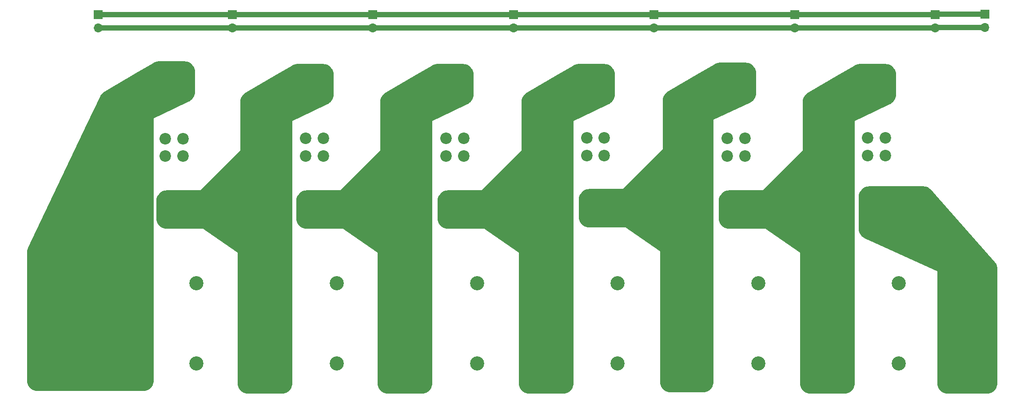
<source format=gbr>
%TF.GenerationSoftware,KiCad,Pcbnew,(6.0.1)*%
%TF.CreationDate,2023-09-19T13:45:29-05:00*%
%TF.ProjectId,TestMotherboard,54657374-4d6f-4746-9865-72626f617264,rev?*%
%TF.SameCoordinates,Original*%
%TF.FileFunction,Copper,L1,Top*%
%TF.FilePolarity,Positive*%
%FSLAX46Y46*%
G04 Gerber Fmt 4.6, Leading zero omitted, Abs format (unit mm)*
G04 Created by KiCad (PCBNEW (6.0.1)) date 2023-09-19 13:45:29*
%MOMM*%
%LPD*%
G01*
G04 APERTURE LIST*
%TA.AperFunction,ComponentPad*%
%ADD10C,2.200000*%
%TD*%
%TA.AperFunction,ComponentPad*%
%ADD11R,1.700000X1.700000*%
%TD*%
%TA.AperFunction,ComponentPad*%
%ADD12O,1.700000X1.700000*%
%TD*%
%TA.AperFunction,ComponentPad*%
%ADD13C,2.700000*%
%TD*%
%TA.AperFunction,Conductor*%
%ADD14C,1.000000*%
%TD*%
G04 APERTURE END LIST*
D10*
%TO.P,J17,1,Pin_1*%
%TO.N,Net-(J17-Pad1)*%
X204978000Y-70343000D03*
X204978000Y-73713000D03*
X201608000Y-73713000D03*
X201608000Y-70343000D03*
%TD*%
%TO.P,J16,1,Pin_1*%
%TO.N,Net-(J16-Pad1)*%
X204978000Y-82193000D03*
X204978000Y-85563000D03*
X201608000Y-85563000D03*
X201608000Y-82193000D03*
%TD*%
%TO.P,J15,1,Pin_1*%
%TO.N,Net-(J1-Pad1)*%
X204978000Y-94193000D03*
X204978000Y-97563000D03*
X201608000Y-97563000D03*
X201608000Y-94193000D03*
%TD*%
%TO.P,J18,1,Pin_1*%
%TO.N,Net-(J17-Pad1)*%
X178206400Y-94274000D03*
X178206400Y-97644000D03*
X174836400Y-97644000D03*
X174836400Y-94274000D03*
%TD*%
%TO.P,J19,1,Pin_1*%
%TO.N,Net-(J19-Pad1)*%
X178206400Y-82274000D03*
X178206400Y-85644000D03*
X174836400Y-85644000D03*
X174836400Y-82274000D03*
%TD*%
%TO.P,J20,1,Pin_1*%
%TO.N,Net-(J20-Pad1)*%
X178206400Y-70424000D03*
X178206400Y-73794000D03*
X174836400Y-73794000D03*
X174836400Y-70424000D03*
%TD*%
%TO.P,J22,1,Pin_1*%
%TO.N,Net-(J22-Pad1)*%
X151434800Y-82220000D03*
X151434800Y-85590000D03*
X148064800Y-85590000D03*
X148064800Y-82220000D03*
%TD*%
%TO.P,J21,1,Pin_1*%
%TO.N,Net-(J20-Pad1)*%
X151434800Y-94220000D03*
X151434800Y-97590000D03*
X148064800Y-97590000D03*
X148064800Y-94220000D03*
%TD*%
%TO.P,J23,1,Pin_1*%
%TO.N,Net-(J23-Pad1)*%
X151434800Y-70370000D03*
X151434800Y-73740000D03*
X148064800Y-73740000D03*
X148064800Y-70370000D03*
%TD*%
%TO.P,J24,1,Pin_1*%
%TO.N,Net-(J23-Pad1)*%
X124663200Y-94301000D03*
X124663200Y-97671000D03*
X121293200Y-97671000D03*
X121293200Y-94301000D03*
%TD*%
%TO.P,J25,1,Pin_1*%
%TO.N,Net-(J25-Pad1)*%
X124663200Y-82301000D03*
X124663200Y-85671000D03*
X121293200Y-85671000D03*
X121293200Y-82301000D03*
%TD*%
%TO.P,J26,1,Pin_1*%
%TO.N,Net-(J26-Pad1)*%
X124663200Y-70451000D03*
X124663200Y-73821000D03*
X121293200Y-73821000D03*
X121293200Y-70451000D03*
%TD*%
%TO.P,J27,1,Pin_1*%
%TO.N,Net-(J26-Pad1)*%
X97891600Y-94247000D03*
X97891600Y-97617000D03*
X94521600Y-97617000D03*
X94521600Y-94247000D03*
%TD*%
%TO.P,J28,1,Pin_1*%
%TO.N,Net-(J10-Pad1)*%
X97891600Y-82247000D03*
X97891600Y-85617000D03*
X94521600Y-85617000D03*
X94521600Y-82247000D03*
%TD*%
%TO.P,J29,1,Pin_1*%
%TO.N,Net-(J11-Pad1)*%
X97891600Y-70397000D03*
X97891600Y-73767000D03*
X94521600Y-73767000D03*
X94521600Y-70397000D03*
%TD*%
%TO.P,J30,1,Pin_1*%
%TO.N,Net-(J11-Pad1)*%
X71120000Y-94328000D03*
X71120000Y-97698000D03*
X67750000Y-97698000D03*
X67750000Y-94328000D03*
%TD*%
%TO.P,J31,1,Pin_1*%
%TO.N,Net-(J12-Pad1)*%
X71120000Y-82328000D03*
X71120000Y-85698000D03*
X67750000Y-85698000D03*
X67750000Y-82328000D03*
%TD*%
%TO.P,J32,1,Pin_1*%
%TO.N,GND*%
X71120000Y-70478000D03*
X71120000Y-73848000D03*
X67750000Y-73848000D03*
X67750000Y-70478000D03*
%TD*%
D11*
%TO.P,J40,1,Pin_1*%
%TO.N,/Sec_PWM*%
X55000000Y-58674000D03*
D12*
%TO.P,J40,2,Pin_2*%
%TO.N,GND1*%
X55000000Y-61214000D03*
%TD*%
D11*
%TO.P,J34,1,Pin_1*%
%TO.N,/Sec_PWM*%
X187685750Y-58674000D03*
D12*
%TO.P,J34,2,Pin_2*%
%TO.N,GND1*%
X187685750Y-61214000D03*
%TD*%
D11*
%TO.P,J35,1,Pin_1*%
%TO.N,/Sec_PWM*%
X160895250Y-58674000D03*
D12*
%TO.P,J35,2,Pin_2*%
%TO.N,GND1*%
X160895250Y-61214000D03*
%TD*%
D11*
%TO.P,J36,1,Pin_1*%
%TO.N,/Sec_PWM*%
X134104750Y-58674000D03*
D12*
%TO.P,J36,2,Pin_2*%
%TO.N,GND1*%
X134104750Y-61214000D03*
%TD*%
D11*
%TO.P,J39,1,Pin_1*%
%TO.N,/Sec_PWM*%
X223940250Y-58552000D03*
D12*
%TO.P,J39,2,Pin_2*%
%TO.N,GND1*%
X223940250Y-61092000D03*
%TD*%
D13*
%TO.P,J3,1,Pin_1*%
%TO.N,Net-(J17-Pad1)*%
X194134554Y-109982000D03*
X194134554Y-125282000D03*
%TD*%
%TO.P,J7,1,Pin_1*%
%TO.N,Net-(J23-Pad1)*%
X140588402Y-125282000D03*
X140588402Y-109982000D03*
%TD*%
%TO.P,J1,1,Pin_1*%
%TO.N,Net-(J1-Pad1)*%
X220907630Y-109982000D03*
X220907630Y-125282000D03*
%TD*%
%TO.P,J12,1,Pin_1*%
%TO.N,Net-(J12-Pad1)*%
X73655712Y-109982000D03*
X73655712Y-125282000D03*
%TD*%
%TO.P,J5,1,Pin_1*%
%TO.N,Net-(J20-Pad1)*%
X167361478Y-109982000D03*
X167361478Y-125282000D03*
%TD*%
D11*
%TO.P,J37,1,Pin_1*%
%TO.N,/Sec_PWM*%
X107314250Y-58674000D03*
D12*
%TO.P,J37,2,Pin_2*%
%TO.N,GND1*%
X107314250Y-61214000D03*
%TD*%
D13*
%TO.P,J10,1,Pin_1*%
%TO.N,Net-(J10-Pad1)*%
X100428788Y-125282000D03*
X100428788Y-109982000D03*
%TD*%
%TO.P,J4,1,Pin_1*%
%TO.N,Net-(J19-Pad1)*%
X180748016Y-109982000D03*
X180748016Y-125282000D03*
%TD*%
%TO.P,J2,1,Pin_1*%
%TO.N,Net-(J16-Pad1)*%
X207521092Y-125282000D03*
X207521092Y-109982000D03*
%TD*%
%TO.P,J6,1,Pin_1*%
%TO.N,Net-(J22-Pad1)*%
X153974940Y-125282000D03*
X153974940Y-109982000D03*
%TD*%
%TO.P,J8,1,Pin_1*%
%TO.N,Net-(J25-Pad1)*%
X127201864Y-109982000D03*
X127201864Y-125282000D03*
%TD*%
D11*
%TO.P,J38,1,Pin_1*%
%TO.N,/Sec_PWM*%
X80523750Y-58674000D03*
D12*
%TO.P,J38,2,Pin_2*%
%TO.N,GND1*%
X80523750Y-61214000D03*
%TD*%
D13*
%TO.P,J9,1,Pin_1*%
%TO.N,Net-(J26-Pad1)*%
X113815326Y-109982000D03*
X113815326Y-125282000D03*
%TD*%
%TO.P,J13,1,Pin_1*%
%TO.N,GND*%
X60269174Y-109982000D03*
X60269174Y-125282000D03*
%TD*%
%TO.P,J14,1,Pin_1*%
%TO.N,GND*%
X46882630Y-109982000D03*
X46882630Y-125282000D03*
%TD*%
%TO.P,J11,1,Pin_1*%
%TO.N,Net-(J11-Pad1)*%
X87042250Y-109982000D03*
X87042250Y-125282000D03*
%TD*%
D11*
%TO.P,J33,1,Pin_1*%
%TO.N,/Sec_PWM*%
X214476250Y-58674000D03*
D12*
%TO.P,J33,2,Pin_2*%
%TO.N,GND1*%
X214476250Y-61214000D03*
%TD*%
D14*
%TO.N,GND1*%
X55000000Y-61214000D02*
X80523750Y-61214000D01*
%TO.N,/Sec_PWM*%
X55000000Y-58674000D02*
X80523750Y-58674000D01*
X223940250Y-58552000D02*
X214598250Y-58552000D01*
X134104750Y-58674000D02*
X107314250Y-58674000D01*
X160895250Y-58674000D02*
X134104750Y-58674000D01*
X187685750Y-58674000D02*
X160895250Y-58674000D01*
X214476250Y-58674000D02*
X187685750Y-58674000D01*
X214598250Y-58552000D02*
X214476250Y-58674000D01*
X107314250Y-58674000D02*
X80523750Y-58674000D01*
%TO.N,GND1*%
X80523750Y-61214000D02*
X107314250Y-61214000D01*
X223940250Y-61092000D02*
X214598250Y-61092000D01*
X107314250Y-61214000D02*
X214476250Y-61214000D01*
X214598250Y-61092000D02*
X214476250Y-61214000D01*
%TD*%
%TA.AperFunction,Conductor*%
%TO.N,Net-(J17-Pad1)*%
G36*
X205014487Y-68072321D02*
G01*
X205063871Y-68075853D01*
X205285650Y-68091715D01*
X205303433Y-68094272D01*
X205564658Y-68151098D01*
X205581900Y-68156160D01*
X205832393Y-68249589D01*
X205848740Y-68257055D01*
X206083375Y-68385176D01*
X206098498Y-68394895D01*
X206312510Y-68555103D01*
X206326096Y-68566876D01*
X206515124Y-68755904D01*
X206526897Y-68769490D01*
X206687105Y-68983502D01*
X206696824Y-68998625D01*
X206824945Y-69233260D01*
X206832411Y-69249607D01*
X206925839Y-69500097D01*
X206930902Y-69517342D01*
X206987728Y-69778567D01*
X206990286Y-69796355D01*
X207009679Y-70067513D01*
X207010000Y-70076501D01*
X207010000Y-73925505D01*
X207009691Y-73934319D01*
X206991045Y-74200219D01*
X206988585Y-74217674D01*
X206933934Y-74474047D01*
X206929062Y-74490988D01*
X206839168Y-74737223D01*
X206831980Y-74753318D01*
X206708594Y-74984612D01*
X206699232Y-74999540D01*
X206544780Y-75211339D01*
X206533424Y-75224820D01*
X206350927Y-75412991D01*
X206337799Y-75424756D01*
X206130824Y-75585618D01*
X206116183Y-75595435D01*
X205884954Y-75728033D01*
X205877155Y-75732150D01*
X203073000Y-77089000D01*
X199136000Y-78994000D01*
X199136000Y-129059499D01*
X199135679Y-129068487D01*
X199116286Y-129339645D01*
X199113728Y-129357433D01*
X199056903Y-129618654D01*
X199051840Y-129635900D01*
X198958411Y-129886393D01*
X198950945Y-129902740D01*
X198822824Y-130137375D01*
X198813105Y-130152498D01*
X198652897Y-130366510D01*
X198641124Y-130380096D01*
X198452096Y-130569124D01*
X198438510Y-130580897D01*
X198224498Y-130741105D01*
X198209375Y-130750824D01*
X197974740Y-130878945D01*
X197958393Y-130886411D01*
X197707900Y-130979840D01*
X197690658Y-130984902D01*
X197429433Y-131041728D01*
X197411650Y-131044285D01*
X197189871Y-131060147D01*
X197140487Y-131063679D01*
X197131499Y-131064000D01*
X190726501Y-131064000D01*
X190717513Y-131063679D01*
X190668129Y-131060147D01*
X190446350Y-131044285D01*
X190428567Y-131041728D01*
X190167342Y-130984902D01*
X190150100Y-130979840D01*
X189899607Y-130886411D01*
X189883260Y-130878945D01*
X189648625Y-130750824D01*
X189633502Y-130741105D01*
X189419490Y-130580897D01*
X189405904Y-130569124D01*
X189216876Y-130380096D01*
X189205103Y-130366510D01*
X189044895Y-130152498D01*
X189035176Y-130137375D01*
X188907055Y-129902740D01*
X188899589Y-129886393D01*
X188806160Y-129635900D01*
X188801097Y-129618654D01*
X188744272Y-129357433D01*
X188741714Y-129339645D01*
X188722321Y-129068487D01*
X188722000Y-129059499D01*
X188722000Y-104140000D01*
X182118000Y-99568000D01*
X175232501Y-99568000D01*
X175223513Y-99567679D01*
X175174129Y-99564147D01*
X174952350Y-99548285D01*
X174934567Y-99545728D01*
X174673342Y-99488902D01*
X174656100Y-99483840D01*
X174405607Y-99390411D01*
X174389260Y-99382945D01*
X174154625Y-99254824D01*
X174139502Y-99245105D01*
X173925490Y-99084897D01*
X173911904Y-99073124D01*
X173722876Y-98884096D01*
X173711103Y-98870510D01*
X173550895Y-98656498D01*
X173541176Y-98641375D01*
X173413055Y-98406740D01*
X173405589Y-98390393D01*
X173312160Y-98139900D01*
X173307097Y-98122654D01*
X173250272Y-97861433D01*
X173247714Y-97843645D01*
X173228321Y-97572487D01*
X173228000Y-97563499D01*
X173228000Y-94206501D01*
X173228321Y-94197513D01*
X173247714Y-93926355D01*
X173250272Y-93908567D01*
X173307098Y-93647342D01*
X173312161Y-93630097D01*
X173405589Y-93379607D01*
X173413055Y-93363260D01*
X173541176Y-93128625D01*
X173550895Y-93113502D01*
X173711103Y-92899490D01*
X173722876Y-92885904D01*
X173911904Y-92696876D01*
X173925490Y-92685103D01*
X174139502Y-92524895D01*
X174154625Y-92515176D01*
X174389260Y-92387055D01*
X174405607Y-92379589D01*
X174656100Y-92286160D01*
X174673342Y-92281098D01*
X174934567Y-92224272D01*
X174952350Y-92221715D01*
X175174129Y-92205853D01*
X175223513Y-92202321D01*
X175232501Y-92202000D01*
X181610000Y-92202000D01*
X189230000Y-84582000D01*
X189230000Y-75319418D01*
X189230348Y-75310056D01*
X189236699Y-75224820D01*
X189251387Y-75027691D01*
X189254161Y-75009179D01*
X189315771Y-74737640D01*
X189321258Y-74719744D01*
X189422429Y-74460334D01*
X189430510Y-74443443D01*
X189569008Y-74201889D01*
X189579497Y-74186392D01*
X189752262Y-73968032D01*
X189764938Y-73954252D01*
X189968155Y-73763905D01*
X189982735Y-73752155D01*
X190215781Y-73591362D01*
X190223684Y-73586332D01*
X196219644Y-70076501D01*
X199172378Y-68348071D01*
X199179706Y-68344102D01*
X199405189Y-68231433D01*
X199420561Y-68224984D01*
X199421092Y-68224801D01*
X199655014Y-68144419D01*
X199671089Y-68140060D01*
X199792602Y-68115606D01*
X199914111Y-68091152D01*
X199930635Y-68088951D01*
X200182162Y-68072276D01*
X200190497Y-68072000D01*
X205005499Y-68072000D01*
X205014487Y-68072321D01*
G37*
%TD.AperFunction*%
%TD*%
%TA.AperFunction,Conductor*%
%TO.N,Net-(J20-Pad1)*%
G36*
X178344487Y-67818321D02*
G01*
X178393871Y-67821853D01*
X178615650Y-67837715D01*
X178633433Y-67840272D01*
X178894658Y-67897098D01*
X178911900Y-67902160D01*
X179162393Y-67995589D01*
X179178740Y-68003055D01*
X179413375Y-68131176D01*
X179428498Y-68140895D01*
X179642510Y-68301103D01*
X179656096Y-68312876D01*
X179845124Y-68501904D01*
X179856897Y-68515490D01*
X180017105Y-68729502D01*
X180026824Y-68744625D01*
X180154945Y-68979260D01*
X180162411Y-68995607D01*
X180255839Y-69246097D01*
X180260902Y-69263342D01*
X180317728Y-69524567D01*
X180320286Y-69542355D01*
X180339679Y-69813513D01*
X180340000Y-69822501D01*
X180340000Y-73654207D01*
X180339685Y-73663118D01*
X180320626Y-73931940D01*
X180318111Y-73949582D01*
X180262263Y-74208637D01*
X180257287Y-74225743D01*
X180168622Y-74465738D01*
X180165444Y-74474341D01*
X180158101Y-74490579D01*
X180032107Y-74723723D01*
X180022547Y-74738763D01*
X179864918Y-74951803D01*
X179853331Y-74965344D01*
X179667221Y-75154013D01*
X179653840Y-75165783D01*
X179442979Y-75326306D01*
X179428071Y-75336071D01*
X179192769Y-75467415D01*
X179184835Y-75471483D01*
X173365145Y-78199463D01*
X173365139Y-78199466D01*
X172212000Y-78740000D01*
X172212000Y-128805499D01*
X172211679Y-128814487D01*
X172192286Y-129085645D01*
X172189728Y-129103433D01*
X172132903Y-129364654D01*
X172127840Y-129381900D01*
X172034411Y-129632393D01*
X172026945Y-129648740D01*
X171898824Y-129883375D01*
X171889105Y-129898498D01*
X171728897Y-130112510D01*
X171717124Y-130126096D01*
X171528096Y-130315124D01*
X171514510Y-130326897D01*
X171300498Y-130487105D01*
X171285375Y-130496824D01*
X171050740Y-130624945D01*
X171034393Y-130632411D01*
X170783900Y-130725840D01*
X170766658Y-130730902D01*
X170505433Y-130787728D01*
X170487650Y-130790285D01*
X170265871Y-130806147D01*
X170216487Y-130809679D01*
X170207499Y-130810000D01*
X164056501Y-130810000D01*
X164047513Y-130809679D01*
X163998129Y-130806147D01*
X163776350Y-130790285D01*
X163758567Y-130787728D01*
X163497342Y-130730902D01*
X163480100Y-130725840D01*
X163229607Y-130632411D01*
X163213260Y-130624945D01*
X162978625Y-130496824D01*
X162963502Y-130487105D01*
X162749490Y-130326897D01*
X162735904Y-130315124D01*
X162546876Y-130126096D01*
X162535103Y-130112510D01*
X162374895Y-129898498D01*
X162365176Y-129883375D01*
X162237055Y-129648740D01*
X162229589Y-129632393D01*
X162136160Y-129381900D01*
X162131097Y-129364654D01*
X162074272Y-129103433D01*
X162071714Y-129085645D01*
X162052321Y-128814487D01*
X162052000Y-128805499D01*
X162052000Y-103886000D01*
X155448000Y-99314000D01*
X148562501Y-99314000D01*
X148553513Y-99313679D01*
X148504129Y-99310147D01*
X148282350Y-99294285D01*
X148264567Y-99291728D01*
X148003342Y-99234902D01*
X147986100Y-99229840D01*
X147735607Y-99136411D01*
X147719260Y-99128945D01*
X147484625Y-99000824D01*
X147469502Y-98991105D01*
X147255490Y-98830897D01*
X147241904Y-98819124D01*
X147052876Y-98630096D01*
X147041103Y-98616510D01*
X146880895Y-98402498D01*
X146871176Y-98387375D01*
X146743055Y-98152740D01*
X146735589Y-98136393D01*
X146642160Y-97885900D01*
X146637097Y-97868654D01*
X146580272Y-97607433D01*
X146577714Y-97589645D01*
X146558321Y-97318487D01*
X146558000Y-97309499D01*
X146558000Y-93952501D01*
X146558321Y-93943513D01*
X146577714Y-93672355D01*
X146580272Y-93654567D01*
X146637098Y-93393342D01*
X146642161Y-93376097D01*
X146735589Y-93125607D01*
X146743055Y-93109260D01*
X146871176Y-92874625D01*
X146880895Y-92859502D01*
X147041103Y-92645490D01*
X147052876Y-92631904D01*
X147241904Y-92442876D01*
X147255490Y-92431103D01*
X147469502Y-92270895D01*
X147484625Y-92261176D01*
X147719260Y-92133055D01*
X147735607Y-92125589D01*
X147986100Y-92032160D01*
X148003342Y-92027098D01*
X148264567Y-91970272D01*
X148282350Y-91967715D01*
X148504129Y-91951853D01*
X148553513Y-91948321D01*
X148562501Y-91948000D01*
X154940000Y-91948000D01*
X162560000Y-84328000D01*
X162560000Y-75065418D01*
X162560348Y-75056056D01*
X162581386Y-74773697D01*
X162584161Y-74755179D01*
X162589515Y-74731584D01*
X162645773Y-74483634D01*
X162651258Y-74465744D01*
X162752429Y-74206334D01*
X162760510Y-74189443D01*
X162899008Y-73947889D01*
X162909497Y-73932392D01*
X163082262Y-73714032D01*
X163094938Y-73700252D01*
X163298155Y-73509905D01*
X163312735Y-73498155D01*
X163545781Y-73337362D01*
X163553684Y-73332332D01*
X169549644Y-69822501D01*
X172502378Y-68094071D01*
X172509706Y-68090102D01*
X172735189Y-67977433D01*
X172750561Y-67970984D01*
X172751092Y-67970801D01*
X172985014Y-67890419D01*
X173001089Y-67886060D01*
X173122603Y-67861605D01*
X173244111Y-67837152D01*
X173260635Y-67834951D01*
X173512162Y-67818276D01*
X173520497Y-67818000D01*
X178335499Y-67818000D01*
X178344487Y-67818321D01*
G37*
%TD.AperFunction*%
%TD*%
%TA.AperFunction,Conductor*%
%TO.N,Net-(J23-Pad1)*%
G36*
X151420487Y-68072321D02*
G01*
X151469871Y-68075853D01*
X151691650Y-68091715D01*
X151709433Y-68094272D01*
X151970658Y-68151098D01*
X151987900Y-68156160D01*
X152238393Y-68249589D01*
X152254740Y-68257055D01*
X152489375Y-68385176D01*
X152504498Y-68394895D01*
X152718510Y-68555103D01*
X152732096Y-68566876D01*
X152921124Y-68755904D01*
X152932897Y-68769490D01*
X153093105Y-68983502D01*
X153102824Y-68998625D01*
X153230945Y-69233260D01*
X153238411Y-69249607D01*
X153331839Y-69500097D01*
X153336902Y-69517342D01*
X153393728Y-69778567D01*
X153396286Y-69796355D01*
X153415679Y-70067513D01*
X153416000Y-70076501D01*
X153416000Y-73925505D01*
X153415691Y-73934319D01*
X153397045Y-74200219D01*
X153394585Y-74217674D01*
X153339934Y-74474047D01*
X153335062Y-74490988D01*
X153245168Y-74737223D01*
X153237980Y-74753318D01*
X153114594Y-74984612D01*
X153105232Y-74999540D01*
X152950780Y-75211339D01*
X152939424Y-75224820D01*
X152756927Y-75412991D01*
X152743799Y-75424756D01*
X152536824Y-75585618D01*
X152522183Y-75595435D01*
X152290954Y-75728033D01*
X152283155Y-75732150D01*
X149479000Y-77089000D01*
X145542000Y-78994000D01*
X145542000Y-129059499D01*
X145541679Y-129068487D01*
X145522286Y-129339645D01*
X145519728Y-129357433D01*
X145462903Y-129618654D01*
X145457840Y-129635900D01*
X145364411Y-129886393D01*
X145356945Y-129902740D01*
X145228824Y-130137375D01*
X145219105Y-130152498D01*
X145058897Y-130366510D01*
X145047124Y-130380096D01*
X144858096Y-130569124D01*
X144844510Y-130580897D01*
X144630498Y-130741105D01*
X144615375Y-130750824D01*
X144380740Y-130878945D01*
X144364393Y-130886411D01*
X144113900Y-130979840D01*
X144096658Y-130984902D01*
X143835433Y-131041728D01*
X143817650Y-131044285D01*
X143595871Y-131060147D01*
X143546487Y-131063679D01*
X143537499Y-131064000D01*
X137132501Y-131064000D01*
X137123513Y-131063679D01*
X137074129Y-131060147D01*
X136852350Y-131044285D01*
X136834567Y-131041728D01*
X136573342Y-130984902D01*
X136556100Y-130979840D01*
X136305607Y-130886411D01*
X136289260Y-130878945D01*
X136054625Y-130750824D01*
X136039502Y-130741105D01*
X135825490Y-130580897D01*
X135811904Y-130569124D01*
X135622876Y-130380096D01*
X135611103Y-130366510D01*
X135450895Y-130152498D01*
X135441176Y-130137375D01*
X135313055Y-129902740D01*
X135305589Y-129886393D01*
X135212160Y-129635900D01*
X135207097Y-129618654D01*
X135150272Y-129357433D01*
X135147714Y-129339645D01*
X135128321Y-129068487D01*
X135128000Y-129059499D01*
X135128000Y-104140000D01*
X128524000Y-99568000D01*
X121638501Y-99568000D01*
X121629513Y-99567679D01*
X121580129Y-99564147D01*
X121358350Y-99548285D01*
X121340567Y-99545728D01*
X121079342Y-99488902D01*
X121062100Y-99483840D01*
X120811607Y-99390411D01*
X120795260Y-99382945D01*
X120560625Y-99254824D01*
X120545502Y-99245105D01*
X120331490Y-99084897D01*
X120317904Y-99073124D01*
X120128876Y-98884096D01*
X120117103Y-98870510D01*
X119956895Y-98656498D01*
X119947176Y-98641375D01*
X119819055Y-98406740D01*
X119811589Y-98390393D01*
X119718160Y-98139900D01*
X119713097Y-98122654D01*
X119656272Y-97861433D01*
X119653714Y-97843645D01*
X119634321Y-97572487D01*
X119634000Y-97563499D01*
X119634000Y-94206501D01*
X119634321Y-94197513D01*
X119653714Y-93926355D01*
X119656272Y-93908567D01*
X119713098Y-93647342D01*
X119718161Y-93630097D01*
X119811589Y-93379607D01*
X119819055Y-93363260D01*
X119947176Y-93128625D01*
X119956895Y-93113502D01*
X120117103Y-92899490D01*
X120128876Y-92885904D01*
X120317904Y-92696876D01*
X120331490Y-92685103D01*
X120545502Y-92524895D01*
X120560625Y-92515176D01*
X120795260Y-92387055D01*
X120811607Y-92379589D01*
X121062100Y-92286160D01*
X121079342Y-92281098D01*
X121340567Y-92224272D01*
X121358350Y-92221715D01*
X121580129Y-92205853D01*
X121629513Y-92202321D01*
X121638501Y-92202000D01*
X128016000Y-92202000D01*
X135636000Y-84582000D01*
X135636000Y-75319418D01*
X135636348Y-75310056D01*
X135642699Y-75224820D01*
X135657387Y-75027691D01*
X135660161Y-75009179D01*
X135721771Y-74737640D01*
X135727258Y-74719744D01*
X135828429Y-74460334D01*
X135836510Y-74443443D01*
X135975008Y-74201889D01*
X135985497Y-74186392D01*
X136158262Y-73968032D01*
X136170938Y-73954252D01*
X136374155Y-73763905D01*
X136388735Y-73752155D01*
X136621781Y-73591362D01*
X136629684Y-73586332D01*
X142625644Y-70076501D01*
X145578378Y-68348071D01*
X145585706Y-68344102D01*
X145811189Y-68231433D01*
X145826561Y-68224984D01*
X145827092Y-68224801D01*
X146061014Y-68144419D01*
X146077089Y-68140060D01*
X146198602Y-68115606D01*
X146320111Y-68091152D01*
X146336635Y-68088951D01*
X146588162Y-68072276D01*
X146596497Y-68072000D01*
X151411499Y-68072000D01*
X151420487Y-68072321D01*
G37*
%TD.AperFunction*%
%TD*%
%TA.AperFunction,Conductor*%
%TO.N,Net-(J26-Pad1)*%
G36*
X124496487Y-68072321D02*
G01*
X124545871Y-68075853D01*
X124767650Y-68091715D01*
X124785433Y-68094272D01*
X125046658Y-68151098D01*
X125063900Y-68156160D01*
X125314393Y-68249589D01*
X125330740Y-68257055D01*
X125565375Y-68385176D01*
X125580498Y-68394895D01*
X125794510Y-68555103D01*
X125808096Y-68566876D01*
X125997124Y-68755904D01*
X126008897Y-68769490D01*
X126169105Y-68983502D01*
X126178824Y-68998625D01*
X126306945Y-69233260D01*
X126314411Y-69249607D01*
X126407839Y-69500097D01*
X126412902Y-69517342D01*
X126469728Y-69778567D01*
X126472286Y-69796355D01*
X126491679Y-70067513D01*
X126492000Y-70076501D01*
X126492000Y-73925505D01*
X126491691Y-73934319D01*
X126473045Y-74200219D01*
X126470585Y-74217674D01*
X126415934Y-74474047D01*
X126411062Y-74490988D01*
X126321168Y-74737223D01*
X126313980Y-74753318D01*
X126190594Y-74984612D01*
X126181232Y-74999540D01*
X126026780Y-75211339D01*
X126015424Y-75224820D01*
X125832927Y-75412991D01*
X125819799Y-75424756D01*
X125612824Y-75585618D01*
X125598183Y-75595435D01*
X125366954Y-75728033D01*
X125359155Y-75732150D01*
X122555000Y-77089000D01*
X118618000Y-78994000D01*
X118618000Y-129059499D01*
X118617679Y-129068487D01*
X118598286Y-129339645D01*
X118595728Y-129357433D01*
X118538903Y-129618654D01*
X118533840Y-129635900D01*
X118440411Y-129886393D01*
X118432945Y-129902740D01*
X118304824Y-130137375D01*
X118295105Y-130152498D01*
X118134897Y-130366510D01*
X118123124Y-130380096D01*
X117934096Y-130569124D01*
X117920510Y-130580897D01*
X117706498Y-130741105D01*
X117691375Y-130750824D01*
X117456740Y-130878945D01*
X117440393Y-130886411D01*
X117189900Y-130979840D01*
X117172658Y-130984902D01*
X116911433Y-131041728D01*
X116893650Y-131044285D01*
X116671871Y-131060147D01*
X116622487Y-131063679D01*
X116613499Y-131064000D01*
X110208501Y-131064000D01*
X110199513Y-131063679D01*
X110150129Y-131060147D01*
X109928350Y-131044285D01*
X109910567Y-131041728D01*
X109649342Y-130984902D01*
X109632100Y-130979840D01*
X109381607Y-130886411D01*
X109365260Y-130878945D01*
X109130625Y-130750824D01*
X109115502Y-130741105D01*
X108901490Y-130580897D01*
X108887904Y-130569124D01*
X108698876Y-130380096D01*
X108687103Y-130366510D01*
X108526895Y-130152498D01*
X108517176Y-130137375D01*
X108389055Y-129902740D01*
X108381589Y-129886393D01*
X108288160Y-129635900D01*
X108283097Y-129618654D01*
X108226272Y-129357433D01*
X108223714Y-129339645D01*
X108204321Y-129068487D01*
X108204000Y-129059499D01*
X108204000Y-104140000D01*
X101600000Y-99568000D01*
X94714501Y-99568000D01*
X94705513Y-99567679D01*
X94656129Y-99564147D01*
X94434350Y-99548285D01*
X94416567Y-99545728D01*
X94155342Y-99488902D01*
X94138100Y-99483840D01*
X93887607Y-99390411D01*
X93871260Y-99382945D01*
X93636625Y-99254824D01*
X93621502Y-99245105D01*
X93407490Y-99084897D01*
X93393904Y-99073124D01*
X93204876Y-98884096D01*
X93193103Y-98870510D01*
X93032895Y-98656498D01*
X93023176Y-98641375D01*
X92895055Y-98406740D01*
X92887589Y-98390393D01*
X92794160Y-98139900D01*
X92789097Y-98122654D01*
X92732272Y-97861433D01*
X92729714Y-97843645D01*
X92710321Y-97572487D01*
X92710000Y-97563499D01*
X92710000Y-94206501D01*
X92710321Y-94197513D01*
X92729714Y-93926355D01*
X92732272Y-93908567D01*
X92789098Y-93647342D01*
X92794161Y-93630097D01*
X92887589Y-93379607D01*
X92895055Y-93363260D01*
X93023176Y-93128625D01*
X93032895Y-93113502D01*
X93193103Y-92899490D01*
X93204876Y-92885904D01*
X93393904Y-92696876D01*
X93407490Y-92685103D01*
X93621502Y-92524895D01*
X93636625Y-92515176D01*
X93871260Y-92387055D01*
X93887607Y-92379589D01*
X94138100Y-92286160D01*
X94155342Y-92281098D01*
X94416567Y-92224272D01*
X94434350Y-92221715D01*
X94656129Y-92205853D01*
X94705513Y-92202321D01*
X94714501Y-92202000D01*
X101092000Y-92202000D01*
X108712000Y-84582000D01*
X108712000Y-75319418D01*
X108712348Y-75310056D01*
X108718699Y-75224820D01*
X108733387Y-75027691D01*
X108736161Y-75009179D01*
X108797771Y-74737640D01*
X108803258Y-74719744D01*
X108904429Y-74460334D01*
X108912510Y-74443443D01*
X109051008Y-74201889D01*
X109061497Y-74186392D01*
X109234262Y-73968032D01*
X109246938Y-73954252D01*
X109450155Y-73763905D01*
X109464735Y-73752155D01*
X109697781Y-73591362D01*
X109705684Y-73586332D01*
X115701644Y-70076501D01*
X118654378Y-68348071D01*
X118661706Y-68344102D01*
X118887189Y-68231433D01*
X118902561Y-68224984D01*
X118903092Y-68224801D01*
X119137014Y-68144419D01*
X119153089Y-68140060D01*
X119274602Y-68115606D01*
X119396111Y-68091152D01*
X119412635Y-68088951D01*
X119664162Y-68072276D01*
X119672497Y-68072000D01*
X124487499Y-68072000D01*
X124496487Y-68072321D01*
G37*
%TD.AperFunction*%
%TD*%
%TA.AperFunction,Conductor*%
%TO.N,GND*%
G36*
X71410487Y-67564321D02*
G01*
X71459871Y-67567853D01*
X71681650Y-67583715D01*
X71699433Y-67586272D01*
X71960658Y-67643098D01*
X71977900Y-67648160D01*
X72228393Y-67741589D01*
X72244740Y-67749055D01*
X72479375Y-67877176D01*
X72494498Y-67886895D01*
X72708510Y-68047103D01*
X72722096Y-68058876D01*
X72911124Y-68247904D01*
X72922897Y-68261490D01*
X73083105Y-68475502D01*
X73092824Y-68490625D01*
X73220945Y-68725260D01*
X73228411Y-68741607D01*
X73321839Y-68992097D01*
X73326902Y-69009342D01*
X73383728Y-69270567D01*
X73386286Y-69288355D01*
X73405679Y-69559513D01*
X73406000Y-69568501D01*
X73406000Y-73417505D01*
X73405691Y-73426319D01*
X73387045Y-73692219D01*
X73384585Y-73709674D01*
X73329934Y-73966047D01*
X73325062Y-73982988D01*
X73235168Y-74229223D01*
X73227980Y-74245318D01*
X73104594Y-74476612D01*
X73095232Y-74491540D01*
X72940780Y-74703339D01*
X72929424Y-74716820D01*
X72746927Y-74904991D01*
X72733799Y-74916756D01*
X72526824Y-75077618D01*
X72512183Y-75087435D01*
X72280954Y-75220033D01*
X72273155Y-75224150D01*
X69469000Y-76581000D01*
X65532000Y-78486000D01*
X65532000Y-128551499D01*
X65531679Y-128560487D01*
X65512286Y-128831645D01*
X65509728Y-128849433D01*
X65452903Y-129110654D01*
X65447840Y-129127900D01*
X65354411Y-129378393D01*
X65346945Y-129394740D01*
X65218824Y-129629375D01*
X65209105Y-129644498D01*
X65048897Y-129858510D01*
X65037124Y-129872096D01*
X64848096Y-130061124D01*
X64834510Y-130072897D01*
X64620498Y-130233105D01*
X64605375Y-130242824D01*
X64370740Y-130370945D01*
X64354393Y-130378411D01*
X64103900Y-130471840D01*
X64086658Y-130476902D01*
X63825433Y-130533728D01*
X63807650Y-130536285D01*
X63585871Y-130552147D01*
X63536487Y-130555679D01*
X63527499Y-130556000D01*
X43406501Y-130556000D01*
X43397513Y-130555679D01*
X43348129Y-130552147D01*
X43126350Y-130536285D01*
X43108567Y-130533728D01*
X42847342Y-130476902D01*
X42830100Y-130471840D01*
X42579607Y-130378411D01*
X42563260Y-130370945D01*
X42328625Y-130242824D01*
X42313502Y-130233105D01*
X42099490Y-130072897D01*
X42085904Y-130061124D01*
X41896876Y-129872096D01*
X41885103Y-129858510D01*
X41724895Y-129644498D01*
X41715176Y-129629375D01*
X41587055Y-129394740D01*
X41579589Y-129378393D01*
X41486160Y-129127900D01*
X41481097Y-129110654D01*
X41424272Y-128849433D01*
X41421714Y-128831645D01*
X41402321Y-128560487D01*
X41402000Y-128551499D01*
X41402000Y-104087159D01*
X41402343Y-104077862D01*
X41423089Y-103797459D01*
X41425826Y-103779069D01*
X41486580Y-103509345D01*
X41491993Y-103491556D01*
X41593465Y-103229357D01*
X41597140Y-103220811D01*
X52875049Y-79456648D01*
X55359621Y-74221300D01*
X55363964Y-74212967D01*
X55504868Y-73965649D01*
X55515381Y-73950039D01*
X55688620Y-73730197D01*
X55701342Y-73716324D01*
X55905400Y-73524741D01*
X55920046Y-73512918D01*
X56154253Y-73351187D01*
X56162197Y-73346129D01*
X62623333Y-69564000D01*
X65568378Y-67840071D01*
X65575706Y-67836102D01*
X65801189Y-67723433D01*
X65816561Y-67716984D01*
X65817092Y-67716801D01*
X66051014Y-67636419D01*
X66067089Y-67632060D01*
X66188602Y-67607606D01*
X66310111Y-67583152D01*
X66326635Y-67580951D01*
X66578162Y-67564276D01*
X66586497Y-67564000D01*
X71401499Y-67564000D01*
X71410487Y-67564321D01*
G37*
%TD.AperFunction*%
%TD*%
%TA.AperFunction,Conductor*%
%TO.N,Net-(J11-Pad1)*%
G36*
X97826487Y-68072321D02*
G01*
X97875871Y-68075853D01*
X98097650Y-68091715D01*
X98115433Y-68094272D01*
X98376658Y-68151098D01*
X98393900Y-68156160D01*
X98644393Y-68249589D01*
X98660740Y-68257055D01*
X98895375Y-68385176D01*
X98910498Y-68394895D01*
X99124510Y-68555103D01*
X99138096Y-68566876D01*
X99327124Y-68755904D01*
X99338897Y-68769490D01*
X99499105Y-68983502D01*
X99508824Y-68998625D01*
X99636945Y-69233260D01*
X99644411Y-69249607D01*
X99737839Y-69500097D01*
X99742902Y-69517342D01*
X99799728Y-69778567D01*
X99802286Y-69796355D01*
X99821679Y-70067513D01*
X99822000Y-70076501D01*
X99822000Y-73925505D01*
X99821691Y-73934319D01*
X99803045Y-74200219D01*
X99800585Y-74217674D01*
X99745934Y-74474047D01*
X99741062Y-74490988D01*
X99651168Y-74737223D01*
X99643980Y-74753318D01*
X99520594Y-74984612D01*
X99511232Y-74999540D01*
X99356780Y-75211339D01*
X99345424Y-75224820D01*
X99162927Y-75412991D01*
X99149799Y-75424756D01*
X98942824Y-75585618D01*
X98928183Y-75595435D01*
X98696954Y-75728033D01*
X98689155Y-75732150D01*
X95885000Y-77089000D01*
X91948000Y-78994000D01*
X91948000Y-129059499D01*
X91947679Y-129068487D01*
X91928286Y-129339645D01*
X91925728Y-129357433D01*
X91868903Y-129618654D01*
X91863840Y-129635900D01*
X91770411Y-129886393D01*
X91762945Y-129902740D01*
X91634824Y-130137375D01*
X91625105Y-130152498D01*
X91464897Y-130366510D01*
X91453124Y-130380096D01*
X91264096Y-130569124D01*
X91250510Y-130580897D01*
X91036498Y-130741105D01*
X91021375Y-130750824D01*
X90786740Y-130878945D01*
X90770393Y-130886411D01*
X90519900Y-130979840D01*
X90502658Y-130984902D01*
X90241433Y-131041728D01*
X90223650Y-131044285D01*
X90001871Y-131060147D01*
X89952487Y-131063679D01*
X89943499Y-131064000D01*
X83538501Y-131064000D01*
X83529513Y-131063679D01*
X83480129Y-131060147D01*
X83258350Y-131044285D01*
X83240567Y-131041728D01*
X82979342Y-130984902D01*
X82962100Y-130979840D01*
X82711607Y-130886411D01*
X82695260Y-130878945D01*
X82460625Y-130750824D01*
X82445502Y-130741105D01*
X82231490Y-130580897D01*
X82217904Y-130569124D01*
X82028876Y-130380096D01*
X82017103Y-130366510D01*
X81856895Y-130152498D01*
X81847176Y-130137375D01*
X81719055Y-129902740D01*
X81711589Y-129886393D01*
X81618160Y-129635900D01*
X81613097Y-129618654D01*
X81556272Y-129357433D01*
X81553714Y-129339645D01*
X81534321Y-129068487D01*
X81534000Y-129059499D01*
X81534000Y-104140000D01*
X74930000Y-99568000D01*
X68044501Y-99568000D01*
X68035513Y-99567679D01*
X67986129Y-99564147D01*
X67764350Y-99548285D01*
X67746567Y-99545728D01*
X67485342Y-99488902D01*
X67468100Y-99483840D01*
X67217607Y-99390411D01*
X67201260Y-99382945D01*
X66966625Y-99254824D01*
X66951502Y-99245105D01*
X66737490Y-99084897D01*
X66723904Y-99073124D01*
X66534876Y-98884096D01*
X66523103Y-98870510D01*
X66362895Y-98656498D01*
X66353176Y-98641375D01*
X66225055Y-98406740D01*
X66217589Y-98390393D01*
X66124160Y-98139900D01*
X66119097Y-98122654D01*
X66062272Y-97861433D01*
X66059714Y-97843645D01*
X66040321Y-97572487D01*
X66040000Y-97563499D01*
X66040000Y-94206501D01*
X66040321Y-94197513D01*
X66059714Y-93926355D01*
X66062272Y-93908567D01*
X66119098Y-93647342D01*
X66124161Y-93630097D01*
X66217589Y-93379607D01*
X66225055Y-93363260D01*
X66353176Y-93128625D01*
X66362895Y-93113502D01*
X66523103Y-92899490D01*
X66534876Y-92885904D01*
X66723904Y-92696876D01*
X66737490Y-92685103D01*
X66951502Y-92524895D01*
X66966625Y-92515176D01*
X67201260Y-92387055D01*
X67217607Y-92379589D01*
X67468100Y-92286160D01*
X67485342Y-92281098D01*
X67746567Y-92224272D01*
X67764350Y-92221715D01*
X67986129Y-92205853D01*
X68035513Y-92202321D01*
X68044501Y-92202000D01*
X74422000Y-92202000D01*
X82042000Y-84582000D01*
X82042000Y-75319418D01*
X82042348Y-75310056D01*
X82048699Y-75224820D01*
X82063387Y-75027691D01*
X82066161Y-75009179D01*
X82127771Y-74737640D01*
X82133258Y-74719744D01*
X82234429Y-74460334D01*
X82242510Y-74443443D01*
X82381008Y-74201889D01*
X82391497Y-74186392D01*
X82564262Y-73968032D01*
X82576938Y-73954252D01*
X82780155Y-73763905D01*
X82794735Y-73752155D01*
X83027781Y-73591362D01*
X83035684Y-73586332D01*
X89031644Y-70076501D01*
X91984378Y-68348071D01*
X91991706Y-68344102D01*
X92217189Y-68231433D01*
X92232561Y-68224984D01*
X92233092Y-68224801D01*
X92467014Y-68144419D01*
X92483089Y-68140060D01*
X92604602Y-68115606D01*
X92726111Y-68091152D01*
X92742635Y-68088951D01*
X92994162Y-68072276D01*
X93002497Y-68072000D01*
X97817499Y-68072000D01*
X97826487Y-68072321D01*
G37*
%TD.AperFunction*%
%TD*%
%TA.AperFunction,Conductor*%
%TO.N,Net-(J1-Pad1)*%
G36*
X212207234Y-91440315D02*
G01*
X212252512Y-91443521D01*
X212475739Y-91459330D01*
X212493351Y-91461836D01*
X212729181Y-91512618D01*
X212752147Y-91517563D01*
X212769241Y-91522531D01*
X213017574Y-91614163D01*
X213033798Y-91621489D01*
X213266760Y-91747215D01*
X213281786Y-91756754D01*
X213494699Y-91914050D01*
X213508225Y-91925605D01*
X213517641Y-91934876D01*
X213700030Y-92114472D01*
X213706151Y-92120941D01*
X214625770Y-93164355D01*
X225811417Y-105855761D01*
X225817172Y-105862787D01*
X225983664Y-106081717D01*
X225993601Y-106096952D01*
X226124628Y-106333584D01*
X226132267Y-106350091D01*
X226227855Y-106603115D01*
X226233038Y-106620550D01*
X226291200Y-106884700D01*
X226293819Y-106902699D01*
X226313671Y-107177021D01*
X226314000Y-107186116D01*
X226314000Y-129059499D01*
X226313679Y-129068487D01*
X226294286Y-129339645D01*
X226291728Y-129357433D01*
X226234903Y-129618654D01*
X226229840Y-129635900D01*
X226136411Y-129886393D01*
X226128945Y-129902740D01*
X226000824Y-130137375D01*
X225991105Y-130152498D01*
X225830897Y-130366510D01*
X225819124Y-130380096D01*
X225630096Y-130569124D01*
X225616510Y-130580897D01*
X225402498Y-130741105D01*
X225387375Y-130750824D01*
X225152740Y-130878945D01*
X225136393Y-130886411D01*
X224885900Y-130979840D01*
X224868658Y-130984902D01*
X224607433Y-131041728D01*
X224589650Y-131044285D01*
X224367871Y-131060147D01*
X224318487Y-131063679D01*
X224309499Y-131064000D01*
X216888501Y-131064000D01*
X216879513Y-131063679D01*
X216830129Y-131060147D01*
X216608350Y-131044285D01*
X216590567Y-131041728D01*
X216329342Y-130984902D01*
X216312100Y-130979840D01*
X216061607Y-130886411D01*
X216045260Y-130878945D01*
X215810625Y-130750824D01*
X215795502Y-130741105D01*
X215581490Y-130580897D01*
X215567904Y-130569124D01*
X215378876Y-130380096D01*
X215367103Y-130366510D01*
X215206895Y-130152498D01*
X215197176Y-130137375D01*
X215069055Y-129902740D01*
X215061589Y-129886393D01*
X214968160Y-129635900D01*
X214963097Y-129618654D01*
X214906272Y-129357433D01*
X214903714Y-129339645D01*
X214884321Y-129068487D01*
X214884000Y-129059499D01*
X214884000Y-107696000D01*
X201069823Y-101374258D01*
X201061816Y-101370242D01*
X200823470Y-101239869D01*
X200808366Y-101230147D01*
X200594602Y-101069914D01*
X200581032Y-101058142D01*
X200392227Y-100869135D01*
X200380469Y-100855552D01*
X200220462Y-100641612D01*
X200210763Y-100626507D01*
X200082803Y-100391976D01*
X200075347Y-100375637D01*
X199982049Y-100125308D01*
X199976991Y-100108069D01*
X199920242Y-99847016D01*
X199917687Y-99829233D01*
X199898321Y-99558270D01*
X199898000Y-99549288D01*
X199898000Y-93444501D01*
X199898321Y-93435513D01*
X199917714Y-93164355D01*
X199920272Y-93146567D01*
X199977098Y-92885342D01*
X199982161Y-92868097D01*
X200075589Y-92617607D01*
X200083055Y-92601260D01*
X200211176Y-92366625D01*
X200220895Y-92351502D01*
X200381103Y-92137490D01*
X200392876Y-92123904D01*
X200581904Y-91934876D01*
X200595490Y-91923103D01*
X200809502Y-91762895D01*
X200824625Y-91753176D01*
X201059260Y-91625055D01*
X201075607Y-91617589D01*
X201326100Y-91524160D01*
X201343342Y-91519098D01*
X201604567Y-91462272D01*
X201622350Y-91459715D01*
X201844129Y-91443853D01*
X201893513Y-91440321D01*
X201902501Y-91440000D01*
X212198334Y-91440000D01*
X212207234Y-91440315D01*
G37*
%TD.AperFunction*%
%TD*%
M02*

</source>
